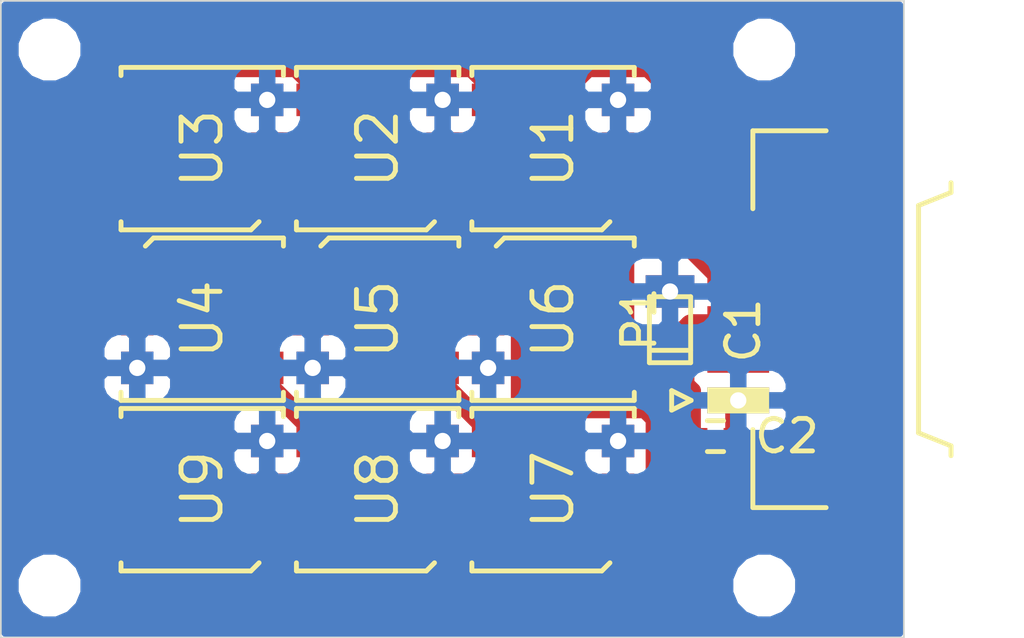
<source format=kicad_pcb>
(kicad_pcb (version 4) (host pcbnew 4.0.2-stable)

  (general
    (links 41)
    (no_connects 0)
    (area 117.296429 53.075 155.703572 78.675)
    (thickness 1.6)
    (drawings 4)
    (tracks 99)
    (zones 0)
    (modules 17)
    (nets 22)
  )

  (page A4)
  (layers
    (0 F.Cu signal)
    (31 B.Cu signal)
    (32 B.Adhes user)
    (33 F.Adhes user)
    (34 B.Paste user)
    (35 F.Paste user)
    (36 B.SilkS user)
    (37 F.SilkS user)
    (38 B.Mask user)
    (39 F.Mask user)
    (40 Dwgs.User user)
    (41 Cmts.User user)
    (42 Eco1.User user)
    (43 Eco2.User user)
    (44 Edge.Cuts user)
    (45 Margin user)
    (46 B.CrtYd user)
    (47 F.CrtYd user)
    (48 B.Fab user)
    (49 F.Fab user)
  )

  (setup
    (last_trace_width 0.25)
    (user_trace_width 0.3)
    (user_trace_width 0.5)
    (user_trace_width 0.6)
    (user_trace_width 0.7)
    (user_trace_width 0.8)
    (user_trace_width 1)
    (trace_clearance 0.2)
    (zone_clearance 0)
    (zone_45_only no)
    (trace_min 0.2)
    (segment_width 0.2)
    (edge_width 0.05)
    (via_size 0.6)
    (via_drill 0.4)
    (via_min_size 0.4)
    (via_min_drill 0.3)
    (user_via 0.8 0.4)
    (user_via 1 0.4)
    (uvia_size 0.3)
    (uvia_drill 0.1)
    (uvias_allowed no)
    (uvia_min_size 0.2)
    (uvia_min_drill 0.1)
    (pcb_text_width 0.3)
    (pcb_text_size 1.5 1.5)
    (mod_edge_width 0.15)
    (mod_text_size 1 1)
    (mod_text_width 0.15)
    (pad_size 1.3 2)
    (pad_drill 0)
    (pad_to_mask_clearance 0.2)
    (aux_axis_origin 154 55.6)
    (grid_origin 154 55.6)
    (visible_elements 7FFFFF7F)
    (pcbplotparams
      (layerselection 0x01008_80000001)
      (usegerberextensions false)
      (excludeedgelayer true)
      (linewidth 0.100000)
      (plotframeref false)
      (viasonmask false)
      (mode 1)
      (useauxorigin true)
      (hpglpennumber 1)
      (hpglpenspeed 20)
      (hpglpendiameter 15)
      (hpglpenoverlay 2)
      (psnegative false)
      (psa4output false)
      (plotreference false)
      (plotvalue false)
      (plotinvisibletext false)
      (padsonsilk false)
      (subtractmaskfromsilk false)
      (outputformat 1)
      (mirror false)
      (drillshape 0)
      (scaleselection 1)
      (outputdirectory gerber/))
  )

  (net 0 "")
  (net 1 GND)
  (net 2 "Net-(U1-Pad5)")
  (net 3 "Net-(U1-Pad6)")
  (net 4 "Net-(U2-Pad5)")
  (net 5 "Net-(U2-Pad6)")
  (net 6 "Net-(U3-Pad5)")
  (net 7 "Net-(U3-Pad6)")
  (net 8 "Net-(U4-Pad5)")
  (net 9 "Net-(U4-Pad6)")
  (net 10 "Net-(U6-Pad5)")
  (net 11 "Net-(U6-Pad6)")
  (net 12 "Net-(U7-Pad5)")
  (net 13 "Net-(U7-Pad6)")
  (net 14 VCC)
  (net 15 "Net-(U5-Pad5)")
  (net 16 "Net-(U5-Pad6)")
  (net 17 "Net-(U8-Pad5)")
  (net 18 "Net-(U8-Pad6)")
  (net 19 /MISO)
  (net 20 /MOSI)
  (net 21 /CLK)

  (net_class Default "This is the default net class."
    (clearance 0.2)
    (trace_width 0.25)
    (via_dia 0.6)
    (via_drill 0.4)
    (uvia_dia 0.3)
    (uvia_drill 0.1)
    (add_net /CLK)
    (add_net /MISO)
    (add_net /MOSI)
    (add_net GND)
    (add_net "Net-(U1-Pad5)")
    (add_net "Net-(U1-Pad6)")
    (add_net "Net-(U2-Pad5)")
    (add_net "Net-(U2-Pad6)")
    (add_net "Net-(U3-Pad5)")
    (add_net "Net-(U3-Pad6)")
    (add_net "Net-(U4-Pad5)")
    (add_net "Net-(U4-Pad6)")
    (add_net "Net-(U5-Pad5)")
    (add_net "Net-(U5-Pad6)")
    (add_net "Net-(U6-Pad5)")
    (add_net "Net-(U6-Pad6)")
    (add_net "Net-(U7-Pad5)")
    (add_net "Net-(U7-Pad6)")
    (add_net "Net-(U8-Pad5)")
    (add_net "Net-(U8-Pad6)")
    (add_net VCC)
  )

  (module Capacitors_SMD:C_0402 (layer F.Cu) (tedit 5415D599) (tstamp 575723D1)
    (at 146 69.6)
    (descr "Capacitor SMD 0402, reflow soldering, AVX (see smccp.pdf)")
    (tags "capacitor 0402")
    (path /57569AF5)
    (attr smd)
    (fp_text reference C2 (at 2.2 0) (layer F.SilkS)
      (effects (font (size 1 1) (thickness 0.15)))
    )
    (fp_text value 0.1uF (at 0.7 1.5) (layer F.Fab)
      (effects (font (size 1 1) (thickness 0.15)))
    )
    (fp_line (start -1.15 -0.6) (end 1.15 -0.6) (layer F.CrtYd) (width 0.05))
    (fp_line (start -1.15 0.6) (end 1.15 0.6) (layer F.CrtYd) (width 0.05))
    (fp_line (start -1.15 -0.6) (end -1.15 0.6) (layer F.CrtYd) (width 0.05))
    (fp_line (start 1.15 -0.6) (end 1.15 0.6) (layer F.CrtYd) (width 0.05))
    (fp_line (start 0.25 -0.475) (end -0.25 -0.475) (layer F.SilkS) (width 0.15))
    (fp_line (start -0.25 0.475) (end 0.25 0.475) (layer F.SilkS) (width 0.15))
    (pad 1 smd rect (at -0.55 0) (size 0.6 0.5) (layers F.Cu F.Paste F.Mask)
      (net 14 VCC))
    (pad 2 smd rect (at 0.55 0) (size 0.6 0.5) (layers F.Cu F.Paste F.Mask)
      (net 1 GND))
    (model Capacitors_SMD.3dshapes/C_0402.wrl
      (at (xyz 0 0 0))
      (scale (xyz 1 1 1))
      (rotate (xyz 0 0 0))
    )
  )

  (module Connectors_Molex:Molex_Panelmate-53780-0570_05x1.25mm_Angled (layer F.Cu) (tedit 57590376) (tstamp 57572335)
    (at 149.14 66 90)
    (descr "Molex Panelmate series connector, 1.25mm pitch, side entry SMT, P/N: 53780-0570")
    (tags "conn molex panelmate")
    (path /5756AF90)
    (attr smd)
    (fp_text reference P1 (at 0 -5.49 90) (layer F.SilkS)
      (effects (font (size 1 1) (thickness 0.15)))
    )
    (fp_text value CONN_01X05 (at 0 5.51 90) (layer F.Fab)
      (effects (font (size 1 1) (thickness 0.15)))
    )
    (fp_line (start -3.4 -1.99) (end -5.8 -1.99) (layer F.SilkS) (width 0.15))
    (fp_line (start -5.8 -1.99) (end -5.8 0.265) (layer F.SilkS) (width 0.15))
    (fp_line (start 3.4 -1.99) (end 5.8 -1.99) (layer F.SilkS) (width 0.15))
    (fp_line (start 5.8 -1.99) (end 5.8 0.265) (layer F.SilkS) (width 0.15))
    (fp_line (start -4.2 4.11) (end -3.9 4.11) (layer F.SilkS) (width 0.15))
    (fp_line (start -3.9 4.11) (end -3.5 3.11) (layer F.SilkS) (width 0.15))
    (fp_line (start -3.5 3.11) (end 3.5 3.11) (layer F.SilkS) (width 0.15))
    (fp_line (start 3.5 3.11) (end 3.9 4.11) (layer F.SilkS) (width 0.15))
    (fp_line (start 3.9 4.11) (end 4.2 4.11) (layer F.SilkS) (width 0.15))
    (fp_line (start -2.5 -3.89) (end -2.2 -4.49) (layer F.SilkS) (width 0.15))
    (fp_line (start -2.2 -4.49) (end -2.8 -4.49) (layer F.SilkS) (width 0.15))
    (fp_line (start -2.8 -4.49) (end -2.5 -3.89) (layer F.SilkS) (width 0.15))
    (fp_line (start -6.8 -4.1) (end -6.8 4.8) (layer F.CrtYd) (width 0.05))
    (fp_line (start -6.8 4.8) (end 6.8 4.8) (layer F.CrtYd) (width 0.05))
    (fp_line (start 6.8 4.8) (end 6.8 -4.1) (layer F.CrtYd) (width 0.05))
    (fp_line (start 6.8 -4.1) (end -6.8 -4.1) (layer F.CrtYd) (width 0.05))
    (pad 1 thru_hole rect (at -2.5 -2.44 90) (size 0.8 1.9) (drill 0.5) (layers *.Cu *.Mask F.SilkS)
      (net 1 GND))
    (pad 2 smd rect (at -1.25 -2.44 90) (size 0.8 1.9) (layers F.Cu F.Paste F.Mask)
      (net 19 /MISO))
    (pad 3 smd rect (at 0 -2.44 90) (size 0.8 1.9) (layers F.Cu F.Paste F.Mask)
      (net 14 VCC))
    (pad 4 smd rect (at 1.25 -2.44 90) (size 0.8 1.9) (layers F.Cu F.Paste F.Mask)
      (net 21 /CLK))
    (pad 5 smd rect (at 2.5 -2.44 90) (size 0.8 1.9) (layers F.Cu F.Paste F.Mask)
      (net 20 /MOSI))
    (pad "" smd rect (at 5.35 1.56 90) (size 1.3 2) (layers F.Cu F.Paste F.Mask))
    (pad "" smd rect (at -5.35 1.56 90) (size 1.3 2) (layers F.Cu F.Paste F.Mask))
    (model Connectors_Molex.3dshapes/Molex_Panelmate-53780-0570_05x1.25mm_Angled.wrl
      (at (xyz 0 0 0))
      (scale (xyz 1 1 1))
      (rotate (xyz 0 0 0))
    )
  )

  (module SuperLED:APA102C (layer F.Cu) (tedit 57579EB9) (tstamp 575723B5)
    (at 135.6 71.25 270)
    (path /57569400)
    (fp_text reference U8 (at 0 0 270) (layer F.SilkS)
      (effects (font (size 1.2 1.2) (thickness 0.15)))
    )
    (fp_text value APA102C (at 0 5 270) (layer F.Fab) hide
      (effects (font (size 1.2 1.2) (thickness 0.15)))
    )
    (fp_line (start 2.5 2.5) (end 2.25 2.5) (layer F.SilkS) (width 0.15))
    (fp_line (start 2.5 -1.5) (end 2.25 -1.75) (layer F.SilkS) (width 0.15))
    (fp_line (start -2.5 -2.5) (end -2.5 2.5) (layer F.SilkS) (width 0.15))
    (fp_line (start -2.5 2.5) (end -2.25 2.5) (layer F.SilkS) (width 0.15))
    (fp_line (start 2.5 2.5) (end 2.5 -1.5) (layer F.SilkS) (width 0.15))
    (fp_line (start -2.25 -2.5) (end -2.5 -2.5) (layer F.SilkS) (width 0.15))
    (pad 3 thru_hole rect (at -1.5 -2 270) (size 1 1) (drill 0.5) (layers *.Cu *.Mask F.Paste)
      (net 1 GND))
    (pad 4 smd rect (at -1.5 2 270) (size 1 1) (layers F.Cu F.Paste F.Mask)
      (net 14 VCC))
    (pad 2 smd rect (at 0 -2 270) (size 1 1) (layers F.Cu F.Paste F.Mask)
      (net 12 "Net-(U7-Pad5)"))
    (pad 5 smd rect (at 0 2 270) (size 1 1) (layers F.Cu F.Paste F.Mask)
      (net 17 "Net-(U8-Pad5)"))
    (pad 1 smd rect (at 1.5 -2 270) (size 1 1) (layers F.Cu F.Paste F.Mask)
      (net 13 "Net-(U7-Pad6)"))
    (pad 6 smd rect (at 1.5 2 270) (size 1 1) (layers F.Cu F.Paste F.Mask)
      (net 18 "Net-(U8-Pad6)"))
    (model SuperLED.3dshapes/APA102C.wrl
      (at (xyz 0 0 0))
      (scale (xyz 1 1 1))
      (rotate (xyz 0 0 0))
    )
  )

  (module SuperLED:APA102C (layer F.Cu) (tedit 57579EB9) (tstamp 575723A5)
    (at 141 71.25 270)
    (path /575693D3)
    (fp_text reference U7 (at 0 0 270) (layer F.SilkS)
      (effects (font (size 1.2 1.2) (thickness 0.15)))
    )
    (fp_text value APA102C (at 0 5 270) (layer F.Fab) hide
      (effects (font (size 1.2 1.2) (thickness 0.15)))
    )
    (fp_line (start 2.5 2.5) (end 2.25 2.5) (layer F.SilkS) (width 0.15))
    (fp_line (start 2.5 -1.5) (end 2.25 -1.75) (layer F.SilkS) (width 0.15))
    (fp_line (start -2.5 -2.5) (end -2.5 2.5) (layer F.SilkS) (width 0.15))
    (fp_line (start -2.5 2.5) (end -2.25 2.5) (layer F.SilkS) (width 0.15))
    (fp_line (start 2.5 2.5) (end 2.5 -1.5) (layer F.SilkS) (width 0.15))
    (fp_line (start -2.25 -2.5) (end -2.5 -2.5) (layer F.SilkS) (width 0.15))
    (pad 3 thru_hole rect (at -1.5 -2 270) (size 1 1) (drill 0.5) (layers *.Cu *.Mask F.Paste)
      (net 1 GND))
    (pad 4 smd rect (at -1.5 2 270) (size 1 1) (layers F.Cu F.Paste F.Mask)
      (net 14 VCC))
    (pad 2 smd rect (at 0 -2 270) (size 1 1) (layers F.Cu F.Paste F.Mask)
      (net 11 "Net-(U6-Pad6)"))
    (pad 5 smd rect (at 0 2 270) (size 1 1) (layers F.Cu F.Paste F.Mask)
      (net 12 "Net-(U7-Pad5)"))
    (pad 1 smd rect (at 1.5 -2 270) (size 1 1) (layers F.Cu F.Paste F.Mask)
      (net 10 "Net-(U6-Pad5)"))
    (pad 6 smd rect (at 1.5 2 270) (size 1 1) (layers F.Cu F.Paste F.Mask)
      (net 13 "Net-(U7-Pad6)"))
    (model SuperLED.3dshapes/APA102C.wrl
      (at (xyz 0 0 0))
      (scale (xyz 1 1 1))
      (rotate (xyz 0 0 0))
    )
  )

  (module SuperLED:APA102C (layer F.Cu) (tedit 57579EB9) (tstamp 57572395)
    (at 141 66 90)
    (path /5756939B)
    (fp_text reference U6 (at 0 0 90) (layer F.SilkS)
      (effects (font (size 1.2 1.2) (thickness 0.15)))
    )
    (fp_text value APA102C (at 0 5 90) (layer F.Fab) hide
      (effects (font (size 1.2 1.2) (thickness 0.15)))
    )
    (fp_line (start 2.5 2.5) (end 2.25 2.5) (layer F.SilkS) (width 0.15))
    (fp_line (start 2.5 -1.5) (end 2.25 -1.75) (layer F.SilkS) (width 0.15))
    (fp_line (start -2.5 -2.5) (end -2.5 2.5) (layer F.SilkS) (width 0.15))
    (fp_line (start -2.5 2.5) (end -2.25 2.5) (layer F.SilkS) (width 0.15))
    (fp_line (start 2.5 2.5) (end 2.5 -1.5) (layer F.SilkS) (width 0.15))
    (fp_line (start -2.25 -2.5) (end -2.5 -2.5) (layer F.SilkS) (width 0.15))
    (pad 3 thru_hole rect (at -1.5 -2 90) (size 1 1) (drill 0.5) (layers *.Cu *.Mask F.Paste)
      (net 1 GND))
    (pad 4 smd rect (at -1.5 2 90) (size 1 1) (layers F.Cu F.Paste F.Mask)
      (net 14 VCC))
    (pad 2 smd rect (at 0 -2 90) (size 1 1) (layers F.Cu F.Paste F.Mask)
      (net 15 "Net-(U5-Pad5)"))
    (pad 5 smd rect (at 0 2 90) (size 1 1) (layers F.Cu F.Paste F.Mask)
      (net 10 "Net-(U6-Pad5)"))
    (pad 1 smd rect (at 1.5 -2 90) (size 1 1) (layers F.Cu F.Paste F.Mask)
      (net 16 "Net-(U5-Pad6)"))
    (pad 6 smd rect (at 1.5 2 90) (size 1 1) (layers F.Cu F.Paste F.Mask)
      (net 11 "Net-(U6-Pad6)"))
    (model SuperLED.3dshapes/APA102C.wrl
      (at (xyz 0 0 0))
      (scale (xyz 1 1 1))
      (rotate (xyz 0 0 0))
    )
  )

  (module SuperLED:APA102C (layer F.Cu) (tedit 57579EB9) (tstamp 57572385)
    (at 135.6 66 90)
    (path /57569370)
    (fp_text reference U5 (at 0 0 90) (layer F.SilkS)
      (effects (font (size 1.2 1.2) (thickness 0.15)))
    )
    (fp_text value APA102C (at 0 5 90) (layer F.Fab) hide
      (effects (font (size 1.2 1.2) (thickness 0.15)))
    )
    (fp_line (start 2.5 2.5) (end 2.25 2.5) (layer F.SilkS) (width 0.15))
    (fp_line (start 2.5 -1.5) (end 2.25 -1.75) (layer F.SilkS) (width 0.15))
    (fp_line (start -2.5 -2.5) (end -2.5 2.5) (layer F.SilkS) (width 0.15))
    (fp_line (start -2.5 2.5) (end -2.25 2.5) (layer F.SilkS) (width 0.15))
    (fp_line (start 2.5 2.5) (end 2.5 -1.5) (layer F.SilkS) (width 0.15))
    (fp_line (start -2.25 -2.5) (end -2.5 -2.5) (layer F.SilkS) (width 0.15))
    (pad 3 thru_hole rect (at -1.5 -2 90) (size 1 1) (drill 0.5) (layers *.Cu *.Mask F.Paste)
      (net 1 GND))
    (pad 4 smd rect (at -1.5 2 90) (size 1 1) (layers F.Cu F.Paste F.Mask)
      (net 14 VCC))
    (pad 2 smd rect (at 0 -2 90) (size 1 1) (layers F.Cu F.Paste F.Mask)
      (net 8 "Net-(U4-Pad5)"))
    (pad 5 smd rect (at 0 2 90) (size 1 1) (layers F.Cu F.Paste F.Mask)
      (net 15 "Net-(U5-Pad5)"))
    (pad 1 smd rect (at 1.5 -2 90) (size 1 1) (layers F.Cu F.Paste F.Mask)
      (net 9 "Net-(U4-Pad6)"))
    (pad 6 smd rect (at 1.5 2 90) (size 1 1) (layers F.Cu F.Paste F.Mask)
      (net 16 "Net-(U5-Pad6)"))
    (model SuperLED.3dshapes/APA102C.wrl
      (at (xyz 0 0 0))
      (scale (xyz 1 1 1))
      (rotate (xyz 0 0 0))
    )
  )

  (module SuperLED:APA102C (layer F.Cu) (tedit 57579EB9) (tstamp 57572375)
    (at 130.2 66 90)
    (path /57569342)
    (fp_text reference U4 (at 0 0 90) (layer F.SilkS)
      (effects (font (size 1.2 1.2) (thickness 0.15)))
    )
    (fp_text value APA102C (at 0 5 90) (layer F.Fab) hide
      (effects (font (size 1.2 1.2) (thickness 0.15)))
    )
    (fp_line (start 2.5 2.5) (end 2.25 2.5) (layer F.SilkS) (width 0.15))
    (fp_line (start 2.5 -1.5) (end 2.25 -1.75) (layer F.SilkS) (width 0.15))
    (fp_line (start -2.5 -2.5) (end -2.5 2.5) (layer F.SilkS) (width 0.15))
    (fp_line (start -2.5 2.5) (end -2.25 2.5) (layer F.SilkS) (width 0.15))
    (fp_line (start 2.5 2.5) (end 2.5 -1.5) (layer F.SilkS) (width 0.15))
    (fp_line (start -2.25 -2.5) (end -2.5 -2.5) (layer F.SilkS) (width 0.15))
    (pad 3 thru_hole rect (at -1.5 -2 90) (size 1 1) (drill 0.5) (layers *.Cu *.Mask F.Paste)
      (net 1 GND))
    (pad 4 smd rect (at -1.5 2 90) (size 1 1) (layers F.Cu F.Paste F.Mask)
      (net 14 VCC))
    (pad 2 smd rect (at 0 -2 90) (size 1 1) (layers F.Cu F.Paste F.Mask)
      (net 7 "Net-(U3-Pad6)"))
    (pad 5 smd rect (at 0 2 90) (size 1 1) (layers F.Cu F.Paste F.Mask)
      (net 8 "Net-(U4-Pad5)"))
    (pad 1 smd rect (at 1.5 -2 90) (size 1 1) (layers F.Cu F.Paste F.Mask)
      (net 6 "Net-(U3-Pad5)"))
    (pad 6 smd rect (at 1.5 2 90) (size 1 1) (layers F.Cu F.Paste F.Mask)
      (net 9 "Net-(U4-Pad6)"))
    (model SuperLED.3dshapes/APA102C.wrl
      (at (xyz 0 0 0))
      (scale (xyz 1 1 1))
      (rotate (xyz 0 0 0))
    )
  )

  (module SuperLED:APA102C (layer F.Cu) (tedit 57579EB9) (tstamp 57572365)
    (at 130.2 60.75 270)
    (path /57569319)
    (fp_text reference U3 (at 0 0 270) (layer F.SilkS)
      (effects (font (size 1.2 1.2) (thickness 0.15)))
    )
    (fp_text value APA102C (at 0 5 270) (layer F.Fab) hide
      (effects (font (size 1.2 1.2) (thickness 0.15)))
    )
    (fp_line (start 2.5 2.5) (end 2.25 2.5) (layer F.SilkS) (width 0.15))
    (fp_line (start 2.5 -1.5) (end 2.25 -1.75) (layer F.SilkS) (width 0.15))
    (fp_line (start -2.5 -2.5) (end -2.5 2.5) (layer F.SilkS) (width 0.15))
    (fp_line (start -2.5 2.5) (end -2.25 2.5) (layer F.SilkS) (width 0.15))
    (fp_line (start 2.5 2.5) (end 2.5 -1.5) (layer F.SilkS) (width 0.15))
    (fp_line (start -2.25 -2.5) (end -2.5 -2.5) (layer F.SilkS) (width 0.15))
    (pad 3 thru_hole rect (at -1.5 -2 270) (size 1 1) (drill 0.5) (layers *.Cu *.Mask F.Paste)
      (net 1 GND))
    (pad 4 smd rect (at -1.5 2 270) (size 1 1) (layers F.Cu F.Paste F.Mask)
      (net 14 VCC))
    (pad 2 smd rect (at 0 -2 270) (size 1 1) (layers F.Cu F.Paste F.Mask)
      (net 4 "Net-(U2-Pad5)"))
    (pad 5 smd rect (at 0 2 270) (size 1 1) (layers F.Cu F.Paste F.Mask)
      (net 6 "Net-(U3-Pad5)"))
    (pad 1 smd rect (at 1.5 -2 270) (size 1 1) (layers F.Cu F.Paste F.Mask)
      (net 5 "Net-(U2-Pad6)"))
    (pad 6 smd rect (at 1.5 2 270) (size 1 1) (layers F.Cu F.Paste F.Mask)
      (net 7 "Net-(U3-Pad6)"))
    (model SuperLED.3dshapes/APA102C.wrl
      (at (xyz 0 0 0))
      (scale (xyz 1 1 1))
      (rotate (xyz 0 0 0))
    )
  )

  (module SuperLED:APA102C (layer F.Cu) (tedit 57579EB9) (tstamp 57572355)
    (at 135.6 60.75 270)
    (path /575692F7)
    (fp_text reference U2 (at 0 0 270) (layer F.SilkS)
      (effects (font (size 1.2 1.2) (thickness 0.15)))
    )
    (fp_text value APA102C (at 0 5 270) (layer F.Fab) hide
      (effects (font (size 1.2 1.2) (thickness 0.15)))
    )
    (fp_line (start 2.5 2.5) (end 2.25 2.5) (layer F.SilkS) (width 0.15))
    (fp_line (start 2.5 -1.5) (end 2.25 -1.75) (layer F.SilkS) (width 0.15))
    (fp_line (start -2.5 -2.5) (end -2.5 2.5) (layer F.SilkS) (width 0.15))
    (fp_line (start -2.5 2.5) (end -2.25 2.5) (layer F.SilkS) (width 0.15))
    (fp_line (start 2.5 2.5) (end 2.5 -1.5) (layer F.SilkS) (width 0.15))
    (fp_line (start -2.25 -2.5) (end -2.5 -2.5) (layer F.SilkS) (width 0.15))
    (pad 3 thru_hole rect (at -1.5 -2 270) (size 1 1) (drill 0.5) (layers *.Cu *.Mask F.Paste)
      (net 1 GND))
    (pad 4 smd rect (at -1.5 2 270) (size 1 1) (layers F.Cu F.Paste F.Mask)
      (net 14 VCC))
    (pad 2 smd rect (at 0 -2 270) (size 1 1) (layers F.Cu F.Paste F.Mask)
      (net 2 "Net-(U1-Pad5)"))
    (pad 5 smd rect (at 0 2 270) (size 1 1) (layers F.Cu F.Paste F.Mask)
      (net 4 "Net-(U2-Pad5)"))
    (pad 1 smd rect (at 1.5 -2 270) (size 1 1) (layers F.Cu F.Paste F.Mask)
      (net 3 "Net-(U1-Pad6)"))
    (pad 6 smd rect (at 1.5 2 270) (size 1 1) (layers F.Cu F.Paste F.Mask)
      (net 5 "Net-(U2-Pad6)"))
    (model SuperLED.3dshapes/APA102C.wrl
      (at (xyz 0 0 0))
      (scale (xyz 1 1 1))
      (rotate (xyz 0 0 0))
    )
  )

  (module SuperLED:APA102C (layer F.Cu) (tedit 57579EB9) (tstamp 57572345)
    (at 141 60.75 270)
    (path /5756918F)
    (fp_text reference U1 (at 0 0 270) (layer F.SilkS)
      (effects (font (size 1.2 1.2) (thickness 0.15)))
    )
    (fp_text value APA102C (at 0 5 270) (layer F.Fab) hide
      (effects (font (size 1.2 1.2) (thickness 0.15)))
    )
    (fp_line (start 2.5 2.5) (end 2.25 2.5) (layer F.SilkS) (width 0.15))
    (fp_line (start 2.5 -1.5) (end 2.25 -1.75) (layer F.SilkS) (width 0.15))
    (fp_line (start -2.5 -2.5) (end -2.5 2.5) (layer F.SilkS) (width 0.15))
    (fp_line (start -2.5 2.5) (end -2.25 2.5) (layer F.SilkS) (width 0.15))
    (fp_line (start 2.5 2.5) (end 2.5 -1.5) (layer F.SilkS) (width 0.15))
    (fp_line (start -2.25 -2.5) (end -2.5 -2.5) (layer F.SilkS) (width 0.15))
    (pad 3 thru_hole rect (at -1.5 -2 270) (size 1 1) (drill 0.5) (layers *.Cu *.Mask F.Paste)
      (net 1 GND))
    (pad 4 smd rect (at -1.5 2 270) (size 1 1) (layers F.Cu F.Paste F.Mask)
      (net 14 VCC))
    (pad 2 smd rect (at 0 -2 270) (size 1 1) (layers F.Cu F.Paste F.Mask)
      (net 20 /MOSI))
    (pad 5 smd rect (at 0 2 270) (size 1 1) (layers F.Cu F.Paste F.Mask)
      (net 2 "Net-(U1-Pad5)"))
    (pad 1 smd rect (at 1.5 -2 270) (size 1 1) (layers F.Cu F.Paste F.Mask)
      (net 21 /CLK))
    (pad 6 smd rect (at 1.5 2 270) (size 1 1) (layers F.Cu F.Paste F.Mask)
      (net 3 "Net-(U1-Pad6)"))
    (model SuperLED.3dshapes/APA102C.wrl
      (at (xyz 0 0 0))
      (scale (xyz 1 1 1))
      (rotate (xyz 0 0 0))
    )
  )

  (module SuperLED:APA102C (layer F.Cu) (tedit 57579EB9) (tstamp 575723C5)
    (at 130.2 71.25 270)
    (path /5756943A)
    (fp_text reference U9 (at 0 0 270) (layer F.SilkS)
      (effects (font (size 1.2 1.2) (thickness 0.15)))
    )
    (fp_text value APA102C (at 0 5 270) (layer F.Fab) hide
      (effects (font (size 1.2 1.2) (thickness 0.15)))
    )
    (fp_line (start 2.5 2.5) (end 2.25 2.5) (layer F.SilkS) (width 0.15))
    (fp_line (start 2.5 -1.5) (end 2.25 -1.75) (layer F.SilkS) (width 0.15))
    (fp_line (start -2.5 -2.5) (end -2.5 2.5) (layer F.SilkS) (width 0.15))
    (fp_line (start -2.5 2.5) (end -2.25 2.5) (layer F.SilkS) (width 0.15))
    (fp_line (start 2.5 2.5) (end 2.5 -1.5) (layer F.SilkS) (width 0.15))
    (fp_line (start -2.25 -2.5) (end -2.5 -2.5) (layer F.SilkS) (width 0.15))
    (pad 3 thru_hole rect (at -1.5 -2 270) (size 1 1) (drill 0.5) (layers *.Cu *.Mask F.Paste)
      (net 1 GND))
    (pad 4 smd rect (at -1.5 2 270) (size 1 1) (layers F.Cu F.Paste F.Mask)
      (net 14 VCC))
    (pad 2 smd rect (at 0 -2 270) (size 1 1) (layers F.Cu F.Paste F.Mask)
      (net 17 "Net-(U8-Pad5)"))
    (pad 5 smd rect (at 0 2 270) (size 1 1) (layers F.Cu F.Paste F.Mask))
    (pad 1 smd rect (at 1.5 -2 270) (size 1 1) (layers F.Cu F.Paste F.Mask)
      (net 18 "Net-(U8-Pad6)"))
    (pad 6 smd rect (at 1.5 2 270) (size 1 1) (layers F.Cu F.Paste F.Mask)
      (net 19 /MISO))
    (model SuperLED.3dshapes/APA102C.wrl
      (at (xyz 0 0 0))
      (scale (xyz 1 1 1))
      (rotate (xyz 0 0 0))
    )
  )

  (module backlight:TantalC_SizeR_EIA-2012 (layer F.Cu) (tedit 57578780) (tstamp 5757231A)
    (at 144.6 66.32398 270)
    (descr "Tantal Cap. , Size C, EIA-2012")
    (path /57569AB2)
    (fp_text reference C1 (at 0.0254 -2.25 270) (layer F.SilkS)
      (effects (font (size 1 1) (thickness 0.15)))
    )
    (fp_text value 10uF (at -3.82398 -0.5 270) (layer F.Fab)
      (effects (font (size 1 1) (thickness 0.15)))
    )
    (fp_line (start 0.635 -0.635) (end 0.635 0.635) (layer F.SilkS) (width 0.15))
    (fp_line (start -1.016 -0.635) (end -1.016 0.635) (layer F.SilkS) (width 0.15))
    (fp_line (start -1.016 0.635) (end 1.016 0.635) (layer F.SilkS) (width 0.15))
    (fp_line (start 1.016 0.635) (end 1.016 -0.635) (layer F.SilkS) (width 0.15))
    (fp_line (start 1.016 -0.635) (end -1.016 -0.635) (layer F.SilkS) (width 0.15))
    (pad 1 smd rect (at 1.17602 0 270) (size 1 1.5) (layers F.Cu F.Paste F.Mask)
      (net 14 VCC))
    (pad 2 thru_hole rect (at -1.17602 0 270) (size 1 1.5) (drill 0.5) (layers *.Cu *.Mask F.Paste)
      (net 1 GND))
    (model Capacitors_Tantalum_SMD.3dshapes/TantalC_SizeR_EIA-2012.wrl
      (at (xyz 0 0 0))
      (scale (xyz 1 1 1))
      (rotate (xyz 0 0 0))
    )
  )

  (module backlight:MountingHole_1.5mm (layer F.Cu) (tedit 5757D306) (tstamp 5757CC71)
    (at 147.5 57.7)
    (descr "Mounting Hole 1.5mm, no annular")
    (tags "mounting hole 1.5mm no annular")
    (zone_connect 2)
    (fp_text reference REF** (at 0 -3.5) (layer F.SilkS) hide
      (effects (font (size 1 1) (thickness 0.15)))
    )
    (fp_text value MountingHole_2.5mm (at 0 3.5) (layer F.Fab) hide
      (effects (font (size 1 1) (thickness 0.15)))
    )
    (pad "" np_thru_hole circle (at 0 0) (size 1.5 1.5) (drill 1.5) (layers *.Cu)
      (zone_connect 2))
  )

  (module backlight:MountingHole_1.5mm (layer F.Cu) (tedit 5757D306) (tstamp 5757CC85)
    (at 125.5 57.7)
    (descr "Mounting Hole 1.5mm, no annular")
    (tags "mounting hole 1.5mm no annular")
    (zone_connect 2)
    (fp_text reference REF** (at 0 -3.5) (layer F.SilkS) hide
      (effects (font (size 1 1) (thickness 0.15)))
    )
    (fp_text value MountingHole_2.5mm (at 0 3.5) (layer F.Fab) hide
      (effects (font (size 1 1) (thickness 0.15)))
    )
    (pad "" np_thru_hole circle (at 0 0) (size 1.5 1.5) (drill 1.5) (layers *.Cu)
      (zone_connect 2))
  )

  (module backlight:MountingHole_1.5mm (layer F.Cu) (tedit 5757D306) (tstamp 5757CC8E)
    (at 125.5 74.2)
    (descr "Mounting Hole 1.5mm, no annular")
    (tags "mounting hole 1.5mm no annular")
    (zone_connect 2)
    (fp_text reference REF** (at 0 -3.5) (layer F.SilkS) hide
      (effects (font (size 1 1) (thickness 0.15)))
    )
    (fp_text value MountingHole_2.5mm (at 0 3.5) (layer F.Fab) hide
      (effects (font (size 1 1) (thickness 0.15)))
    )
    (pad "" np_thru_hole circle (at 0 0) (size 1.5 1.5) (drill 1.5) (layers *.Cu)
      (zone_connect 2))
  )

  (module backlight:MountingHole_1.5mm (layer F.Cu) (tedit 5757D3C2) (tstamp 5757CC9C)
    (at 147.5 74.2)
    (descr "Mounting Hole 1.5mm, no annular")
    (tags "mounting hole 1.5mm no annular")
    (zone_connect 2)
    (fp_text reference REF** (at 0 -3.5) (layer F.SilkS) hide
      (effects (font (size 1 1) (thickness 0.15)))
    )
    (fp_text value MountingHole_2.5mm (at 0 3.5) (layer F.Fab) hide
      (effects (font (size 1 1) (thickness 0.15)))
    )
    (pad "" np_thru_hole circle (at 0 0) (size 1.5 1.5) (drill 1.5) (layers *.Cu)
      (zone_connect 2))
  )

  (module Connectors_Molex:Molex_Panelmate-51146-0500 (layer F.Cu) (tedit 572FD60B) (tstamp 5757F6BB)
    (at 149.1 66 90)
    (descr "Molex Panelmate series receptacle, P/N: 53780-0570")
    (tags "conn molex panelmate receptacle")
    (attr smd)
    (fp_text reference REF** (at 0 -5.49 90) (layer F.Fab) hide
      (effects (font (size 1 1) (thickness 0.15)))
    )
    (fp_text value Molex_Panelmate-51146-0500 (at 0 5.51 90) (layer F.Fab) hide
      (effects (font (size 1 1) (thickness 0.15)))
    )
    (fp_line (start -3.4 -1.99) (end -5.8 -1.99) (layer F.Fab) (width 0.15))
    (fp_line (start -5.8 -1.99) (end -5.8 0.265) (layer F.Fab) (width 0.15))
    (fp_line (start 3.4 -1.99) (end 5.8 -1.99) (layer F.Fab) (width 0.15))
    (fp_line (start 5.8 -1.99) (end 5.8 0.265) (layer F.Fab) (width 0.15))
    (fp_line (start -4.2 4.11) (end -3.9 4.11) (layer F.Fab) (width 0.15))
    (fp_line (start -3.9 4.11) (end -3.5 3.11) (layer F.Fab) (width 0.15))
    (fp_line (start -3.5 3.11) (end 3.5 3.11) (layer F.Fab) (width 0.15))
    (fp_line (start 3.5 3.11) (end 3.9 4.11) (layer F.Fab) (width 0.15))
    (fp_line (start 3.9 4.11) (end 4.2 4.11) (layer F.Fab) (width 0.15))
    (fp_line (start -2.5 -3.89) (end -2.2 -4.49) (layer F.Fab) (width 0.15))
    (fp_line (start -2.2 -4.49) (end -2.8 -4.49) (layer F.Fab) (width 0.15))
    (fp_line (start -2.8 -4.49) (end -2.5 -3.89) (layer F.Fab) (width 0.15))
    (fp_line (start -6.8 -4.1) (end -6.8 4.8) (layer F.CrtYd) (width 0.05))
    (model Connectors_Molex.3dshapes/Molex_Panelmate-51146-0500.wrl
      (at (xyz 0 0 0))
      (scale (xyz 1 1 1))
      (rotate (xyz 0 0 0))
    )
  )

  (gr_line (start 151.8 75.8) (end 151.8 56.2) (layer Edge.Cuts) (width 0.05))
  (gr_line (start 124 75.8) (end 151.8 75.8) (layer Edge.Cuts) (width 0.05))
  (gr_line (start 124 56.2) (end 124 75.8) (layer Edge.Cuts) (width 0.05))
  (gr_line (start 151.8 56.2) (end 124 56.2) (layer Edge.Cuts) (width 0.05))

  (segment (start 146.55 69.6) (end 146.55 68.65) (width 0.5) (layer F.Cu) (net 1))
  (segment (start 146.55 68.65) (end 146.7 68.5) (width 0.5) (layer F.Cu) (net 1))
  (segment (start 137.6 60.75) (end 139 60.75) (width 1) (layer F.Cu) (net 2))
  (segment (start 137.6 62.25) (end 139 62.25) (width 1) (layer F.Cu) (net 3))
  (segment (start 132.2 60.75) (end 133.6 60.75) (width 1) (layer F.Cu) (net 4))
  (segment (start 132.2 62.25) (end 133.6 62.25) (width 1) (layer F.Cu) (net 5))
  (segment (start 127.2 60.95) (end 127.2 64.3) (width 0.3) (layer F.Cu) (net 6))
  (segment (start 127.2 64.3) (end 127.4 64.5) (width 0.3) (layer F.Cu) (net 6))
  (segment (start 127.4 64.5) (end 128.2 64.5) (width 0.3) (layer F.Cu) (net 6))
  (segment (start 128.2 60.75) (end 127.4 60.75) (width 0.3) (layer F.Cu) (net 6))
  (segment (start 127.4 60.75) (end 127.2 60.95) (width 0.3) (layer F.Cu) (net 6))
  (segment (start 128.3 64.5) (end 128 64.5) (width 0.5) (layer F.Cu) (net 6))
  (segment (start 129.2 62.4) (end 129.2 65.8) (width 0.3) (layer F.Cu) (net 7))
  (segment (start 129 66) (end 128.2 66) (width 0.3) (layer F.Cu) (net 7))
  (segment (start 129.2 65.8) (end 129 66) (width 0.3) (layer F.Cu) (net 7))
  (segment (start 129.05 62.25) (end 129.2 62.4) (width 0.3) (layer F.Cu) (net 7))
  (segment (start 128.2 62.25) (end 129.05 62.25) (width 0.3) (layer F.Cu) (net 7))
  (segment (start 132.2 66) (end 133.6 66) (width 1) (layer F.Cu) (net 8))
  (segment (start 132.2 64.5) (end 133.6 64.5) (width 1) (layer F.Cu) (net 9))
  (segment (start 142.569998 66) (end 141.58 66.989998) (width 0.3) (layer F.Cu) (net 10))
  (segment (start 141.58 66.989998) (end 141.58 68.010002) (width 0.3) (layer F.Cu) (net 10))
  (segment (start 141.58 68.010002) (end 141.969987 68.399989) (width 0.3) (layer F.Cu) (net 10))
  (segment (start 141.969987 68.399989) (end 143.987111 68.399989) (width 0.3) (layer F.Cu) (net 10))
  (segment (start 143 66) (end 142.569998 66) (width 0.3) (layer F.Cu) (net 10))
  (segment (start 143 66) (end 142.7 66) (width 0.3) (layer F.Cu) (net 10))
  (segment (start 143.8 72.75) (end 143 72.75) (width 0.3) (layer F.Cu) (net 10))
  (segment (start 144.007112 72.542888) (end 143.8 72.75) (width 0.3) (layer F.Cu) (net 10))
  (segment (start 144.007112 71.750008) (end 144.007112 72.542888) (width 0.3) (layer F.Cu) (net 10))
  (segment (start 144.50001 68.912888) (end 144.50001 71.25711) (width 0.3) (layer F.Cu) (net 10))
  (segment (start 144.50001 71.25711) (end 144.007112 71.750008) (width 0.3) (layer F.Cu) (net 10))
  (segment (start 143.987111 68.399989) (end 144.50001 68.912888) (width 0.3) (layer F.Cu) (net 10))
  (segment (start 141.762877 68.899999) (end 143.780001 68.899999) (width 0.3) (layer F.Cu) (net 11))
  (segment (start 143.780001 68.899999) (end 144 69.119998) (width 0.3) (layer F.Cu) (net 11))
  (segment (start 144 69.119998) (end 144 71.05) (width 0.3) (layer F.Cu) (net 11))
  (segment (start 144 71.05) (end 143.8 71.25) (width 0.3) (layer F.Cu) (net 11))
  (segment (start 143 71.25) (end 143.8 71.25) (width 0.3) (layer F.Cu) (net 11))
  (segment (start 142.7 64.5) (end 141.07999 66.12001) (width 0.3) (layer F.Cu) (net 11))
  (segment (start 141.07999 66.12001) (end 141.07999 68.217112) (width 0.3) (layer F.Cu) (net 11))
  (segment (start 141.07999 68.217112) (end 141.762877 68.899999) (width 0.3) (layer F.Cu) (net 11))
  (segment (start 143 64.5) (end 142.7 64.5) (width 0.3) (layer F.Cu) (net 11))
  (segment (start 137.6 71.25) (end 139 71.25) (width 1) (layer F.Cu) (net 12))
  (segment (start 137.6 72.75) (end 139 72.75) (width 1) (layer F.Cu) (net 13))
  (segment (start 139 69.75) (end 140.000001 68.749999) (width 0.6) (layer F.Cu) (net 14))
  (segment (start 140.000001 68.749999) (end 140.000001 59.849999) (width 0.6) (layer F.Cu) (net 14))
  (segment (start 140.000001 59.849999) (end 139.400002 59.25) (width 0.6) (layer F.Cu) (net 14))
  (segment (start 139.400002 59.25) (end 139 59.25) (width 0.6) (layer F.Cu) (net 14))
  (segment (start 139 59.25) (end 140.919998 59.25) (width 0.8) (layer F.Cu) (net 14))
  (segment (start 140.919998 59.25) (end 142.019999 58.149999) (width 0.8) (layer F.Cu) (net 14))
  (segment (start 142.019999 58.149999) (end 143.980001 58.149999) (width 0.8) (layer F.Cu) (net 14))
  (segment (start 148.250001 65.630001) (end 147.880002 66) (width 0.8) (layer F.Cu) (net 14))
  (segment (start 143.980001 58.149999) (end 148.250001 62.419999) (width 0.8) (layer F.Cu) (net 14))
  (segment (start 148.250001 62.419999) (end 148.250001 65.630001) (width 0.8) (layer F.Cu) (net 14))
  (segment (start 147.880002 66) (end 146.7 66) (width 0.8) (layer F.Cu) (net 14))
  (segment (start 145.45 69.6) (end 145.299999 69.449999) (width 0.5) (layer F.Cu) (net 14))
  (segment (start 145.299999 69.449999) (end 145.299999 68.199999) (width 0.5) (layer F.Cu) (net 14))
  (segment (start 145.299999 68.199999) (end 144.6 67.5) (width 0.5) (layer F.Cu) (net 14))
  (segment (start 144.6 67.5) (end 144.6 66.919998) (width 0.8) (layer F.Cu) (net 14))
  (segment (start 144.6 66.919998) (end 145.272037 66.247961) (width 0.8) (layer F.Cu) (net 14))
  (segment (start 145.272037 66.247961) (end 146.452039 66.247961) (width 0.8) (layer F.Cu) (net 14))
  (segment (start 146.452039 66.247961) (end 146.7 66) (width 0.8) (layer F.Cu) (net 14))
  (segment (start 143 67.5) (end 144.6 67.5) (width 1) (layer F.Cu) (net 14))
  (segment (start 132.2 67.5) (end 132.2 68.000002) (width 0.6) (layer F.Cu) (net 14))
  (segment (start 132.2 68.000002) (end 133.6 69.400002) (width 0.6) (layer F.Cu) (net 14))
  (segment (start 133.6 69.400002) (end 133.6 69.75) (width 0.6) (layer F.Cu) (net 14))
  (segment (start 137.6 67.5) (end 137.6 68.000002) (width 0.6) (layer F.Cu) (net 14))
  (segment (start 137.6 68.000002) (end 139 69.400002) (width 0.6) (layer F.Cu) (net 14))
  (segment (start 139 69.400002) (end 139 69.75) (width 0.6) (layer F.Cu) (net 14))
  (segment (start 133.6 69.75) (end 135.35 69.75) (width 0.6) (layer F.Cu) (net 14))
  (segment (start 135.35 69.75) (end 137.6 67.5) (width 0.6) (layer F.Cu) (net 14))
  (segment (start 128.25 69.75) (end 129.95 69.75) (width 0.6) (layer F.Cu) (net 14))
  (segment (start 129.95 69.75) (end 132.2 67.5) (width 0.6) (layer F.Cu) (net 14))
  (segment (start 133.6 59.25) (end 134.7 59.25) (width 0.6) (layer F.Cu) (net 14))
  (segment (start 134.7 59.25) (end 135.700001 58.249999) (width 0.6) (layer F.Cu) (net 14))
  (segment (start 135.700001 58.249999) (end 138.500001 58.249999) (width 0.6) (layer F.Cu) (net 14))
  (segment (start 138.500001 58.249999) (end 139 58.749998) (width 0.6) (layer F.Cu) (net 14))
  (segment (start 139 58.749998) (end 139 59.25) (width 0.6) (layer F.Cu) (net 14))
  (segment (start 128.2 59.25) (end 129.3 59.25) (width 0.6) (layer F.Cu) (net 14))
  (segment (start 129.3 59.25) (end 130.300001 58.249999) (width 0.6) (layer F.Cu) (net 14))
  (segment (start 130.300001 58.249999) (end 133.100001 58.249999) (width 0.6) (layer F.Cu) (net 14))
  (segment (start 133.100001 58.249999) (end 133.6 58.749998) (width 0.6) (layer F.Cu) (net 14))
  (segment (start 133.6 58.749998) (end 133.6 59.25) (width 0.6) (layer F.Cu) (net 14))
  (segment (start 128 59.25) (end 128.3 59.25) (width 0.5) (layer F.Cu) (net 14))
  (segment (start 137.6 66) (end 139 66) (width 1) (layer F.Cu) (net 15))
  (segment (start 137.6 64.5) (end 139 64.5) (width 1) (layer F.Cu) (net 16))
  (segment (start 132.2 71.25) (end 133.6 71.25) (width 1) (layer F.Cu) (net 17))
  (segment (start 132.2 72.75) (end 133.6 72.75) (width 1) (layer F.Cu) (net 18))
  (segment (start 146.7 67.25) (end 148.608002 67.25) (width 0.3) (layer F.Cu) (net 19))
  (segment (start 148.608002 67.25) (end 149.450001 68.091999) (width 0.3) (layer F.Cu) (net 19))
  (segment (start 149.450001 68.091999) (end 149.450001 68.908001) (width 0.3) (layer F.Cu) (net 19))
  (segment (start 149.450001 68.908001) (end 144.758001 73.600001) (width 0.3) (layer F.Cu) (net 19))
  (segment (start 144.758001 73.600001) (end 129.850001 73.600001) (width 0.3) (layer F.Cu) (net 19))
  (segment (start 129.850001 73.600001) (end 129 72.75) (width 0.3) (layer F.Cu) (net 19))
  (segment (start 129 72.75) (end 128.2 72.75) (width 0.3) (layer F.Cu) (net 19))
  (segment (start 146.7 63.5) (end 146.15 63.5) (width 0.3) (layer F.Cu) (net 20))
  (segment (start 146.15 63.5) (end 143.4 60.75) (width 0.3) (layer F.Cu) (net 20))
  (segment (start 143.4 60.75) (end 143 60.75) (width 0.3) (layer F.Cu) (net 20))
  (segment (start 146.7 64.75) (end 145.969998 64.75) (width 0.3) (layer F.Cu) (net 21))
  (segment (start 145.969998 64.75) (end 143.469998 62.25) (width 0.3) (layer F.Cu) (net 21))
  (segment (start 143.469998 62.25) (end 143 62.25) (width 0.3) (layer F.Cu) (net 21))

  (zone (net 1) (net_name GND) (layer B.Cu) (tstamp 0) (hatch edge 0.508)
    (connect_pads (clearance 0))
    (min_thickness 0.2)
    (fill yes (arc_segments 16) (thermal_gap 0.508) (thermal_bridge_width 0.508))
    (polygon
      (pts
        (xy 124 56.2) (xy 124 75.8) (xy 153.3 75.8) (xy 153.3 56.2)
      )
    )
    (filled_polygon
      (pts
        (xy 151.675 75.675) (xy 124.125 75.675) (xy 124.125 74.407942) (xy 124.449818 74.407942) (xy 124.609334 74.794)
        (xy 124.904446 75.089628) (xy 125.290226 75.249818) (xy 125.707942 75.250182) (xy 126.094 75.090666) (xy 126.389628 74.795554)
        (xy 126.549818 74.409774) (xy 126.549819 74.407942) (xy 146.449818 74.407942) (xy 146.609334 74.794) (xy 146.904446 75.089628)
        (xy 147.290226 75.249818) (xy 147.707942 75.250182) (xy 148.094 75.090666) (xy 148.389628 74.795554) (xy 148.549818 74.409774)
        (xy 148.550182 73.992058) (xy 148.390666 73.606) (xy 148.095554 73.310372) (xy 147.709774 73.150182) (xy 147.292058 73.149818)
        (xy 146.906 73.309334) (xy 146.610372 73.604446) (xy 146.450182 73.990226) (xy 146.449818 74.407942) (xy 126.549819 74.407942)
        (xy 126.550182 73.992058) (xy 126.390666 73.606) (xy 126.095554 73.310372) (xy 125.709774 73.150182) (xy 125.292058 73.149818)
        (xy 124.906 73.309334) (xy 124.610372 73.604446) (xy 124.450182 73.990226) (xy 124.449818 74.407942) (xy 124.125 74.407942)
        (xy 124.125 70.056) (xy 131.092 70.056) (xy 131.092 70.370939) (xy 131.184563 70.594405) (xy 131.355596 70.765438)
        (xy 131.579062 70.858) (xy 131.894 70.858) (xy 132.046 70.706) (xy 132.046 69.904) (xy 132.354 69.904)
        (xy 132.354 70.706) (xy 132.506 70.858) (xy 132.820938 70.858) (xy 133.044404 70.765438) (xy 133.215437 70.594405)
        (xy 133.308 70.370939) (xy 133.308 70.056) (xy 136.492 70.056) (xy 136.492 70.370939) (xy 136.584563 70.594405)
        (xy 136.755596 70.765438) (xy 136.979062 70.858) (xy 137.294 70.858) (xy 137.446 70.706) (xy 137.446 69.904)
        (xy 137.754 69.904) (xy 137.754 70.706) (xy 137.906 70.858) (xy 138.220938 70.858) (xy 138.444404 70.765438)
        (xy 138.615437 70.594405) (xy 138.708 70.370939) (xy 138.708 70.056) (xy 141.892 70.056) (xy 141.892 70.370939)
        (xy 141.984563 70.594405) (xy 142.155596 70.765438) (xy 142.379062 70.858) (xy 142.694 70.858) (xy 142.846 70.706)
        (xy 142.846 69.904) (xy 143.154 69.904) (xy 143.154 70.706) (xy 143.306 70.858) (xy 143.620938 70.858)
        (xy 143.844404 70.765438) (xy 144.015437 70.594405) (xy 144.108 70.370939) (xy 144.108 70.056) (xy 143.956 69.904)
        (xy 143.154 69.904) (xy 142.846 69.904) (xy 142.044 69.904) (xy 141.892 70.056) (xy 138.708 70.056)
        (xy 138.556 69.904) (xy 137.754 69.904) (xy 137.446 69.904) (xy 136.644 69.904) (xy 136.492 70.056)
        (xy 133.308 70.056) (xy 133.156 69.904) (xy 132.354 69.904) (xy 132.046 69.904) (xy 131.244 69.904)
        (xy 131.092 70.056) (xy 124.125 70.056) (xy 124.125 69.129061) (xy 131.092 69.129061) (xy 131.092 69.444)
        (xy 131.244 69.596) (xy 132.046 69.596) (xy 132.046 68.794) (xy 132.354 68.794) (xy 132.354 69.596)
        (xy 133.156 69.596) (xy 133.308 69.444) (xy 133.308 69.129061) (xy 136.492 69.129061) (xy 136.492 69.444)
        (xy 136.644 69.596) (xy 137.446 69.596) (xy 137.446 68.794) (xy 137.754 68.794) (xy 137.754 69.596)
        (xy 138.556 69.596) (xy 138.708 69.444) (xy 138.708 69.129061) (xy 141.892 69.129061) (xy 141.892 69.444)
        (xy 142.044 69.596) (xy 142.846 69.596) (xy 142.846 68.794) (xy 143.154 68.794) (xy 143.154 69.596)
        (xy 143.956 69.596) (xy 144.108 69.444) (xy 144.108 69.129061) (xy 144.015437 68.905595) (xy 143.915842 68.806)
        (xy 145.142 68.806) (xy 145.142 69.020939) (xy 145.234563 69.244405) (xy 145.405596 69.415438) (xy 145.629062 69.508)
        (xy 146.394 69.508) (xy 146.546 69.356) (xy 146.546 68.654) (xy 146.854 68.654) (xy 146.854 69.356)
        (xy 147.006 69.508) (xy 147.770938 69.508) (xy 147.994404 69.415438) (xy 148.165437 69.244405) (xy 148.258 69.020939)
        (xy 148.258 68.806) (xy 148.106 68.654) (xy 146.854 68.654) (xy 146.546 68.654) (xy 145.294 68.654)
        (xy 145.142 68.806) (xy 143.915842 68.806) (xy 143.844404 68.734562) (xy 143.620938 68.642) (xy 143.306 68.642)
        (xy 143.154 68.794) (xy 142.846 68.794) (xy 142.694 68.642) (xy 142.379062 68.642) (xy 142.155596 68.734562)
        (xy 141.984563 68.905595) (xy 141.892 69.129061) (xy 138.708 69.129061) (xy 138.615437 68.905595) (xy 138.444404 68.734562)
        (xy 138.220938 68.642) (xy 137.906 68.642) (xy 137.754 68.794) (xy 137.446 68.794) (xy 137.294 68.642)
        (xy 136.979062 68.642) (xy 136.755596 68.734562) (xy 136.584563 68.905595) (xy 136.492 69.129061) (xy 133.308 69.129061)
        (xy 133.215437 68.905595) (xy 133.044404 68.734562) (xy 132.820938 68.642) (xy 132.506 68.642) (xy 132.354 68.794)
        (xy 132.046 68.794) (xy 131.894 68.642) (xy 131.579062 68.642) (xy 131.355596 68.734562) (xy 131.184563 68.905595)
        (xy 131.092 69.129061) (xy 124.125 69.129061) (xy 124.125 67.806) (xy 127.092 67.806) (xy 127.092 68.120939)
        (xy 127.184563 68.344405) (xy 127.355596 68.515438) (xy 127.579062 68.608) (xy 127.894 68.608) (xy 128.046 68.456)
        (xy 128.046 67.654) (xy 128.354 67.654) (xy 128.354 68.456) (xy 128.506 68.608) (xy 128.820938 68.608)
        (xy 129.044404 68.515438) (xy 129.215437 68.344405) (xy 129.308 68.120939) (xy 129.308 67.806) (xy 132.492 67.806)
        (xy 132.492 68.120939) (xy 132.584563 68.344405) (xy 132.755596 68.515438) (xy 132.979062 68.608) (xy 133.294 68.608)
        (xy 133.446 68.456) (xy 133.446 67.654) (xy 133.754 67.654) (xy 133.754 68.456) (xy 133.906 68.608)
        (xy 134.220938 68.608) (xy 134.444404 68.515438) (xy 134.615437 68.344405) (xy 134.708 68.120939) (xy 134.708 67.806)
        (xy 137.892 67.806) (xy 137.892 68.120939) (xy 137.984563 68.344405) (xy 138.155596 68.515438) (xy 138.379062 68.608)
        (xy 138.694 68.608) (xy 138.846 68.456) (xy 138.846 67.654) (xy 139.154 67.654) (xy 139.154 68.456)
        (xy 139.306 68.608) (xy 139.620938 68.608) (xy 139.844404 68.515438) (xy 140.015437 68.344405) (xy 140.108 68.120939)
        (xy 140.108 67.979061) (xy 145.142 67.979061) (xy 145.142 68.194) (xy 145.294 68.346) (xy 146.546 68.346)
        (xy 146.546 67.644) (xy 146.854 67.644) (xy 146.854 68.346) (xy 148.106 68.346) (xy 148.258 68.194)
        (xy 148.258 67.979061) (xy 148.165437 67.755595) (xy 147.994404 67.584562) (xy 147.770938 67.492) (xy 147.006 67.492)
        (xy 146.854 67.644) (xy 146.546 67.644) (xy 146.394 67.492) (xy 145.629062 67.492) (xy 145.405596 67.584562)
        (xy 145.234563 67.755595) (xy 145.142 67.979061) (xy 140.108 67.979061) (xy 140.108 67.806) (xy 139.956 67.654)
        (xy 139.154 67.654) (xy 138.846 67.654) (xy 138.044 67.654) (xy 137.892 67.806) (xy 134.708 67.806)
        (xy 134.556 67.654) (xy 133.754 67.654) (xy 133.446 67.654) (xy 132.644 67.654) (xy 132.492 67.806)
        (xy 129.308 67.806) (xy 129.156 67.654) (xy 128.354 67.654) (xy 128.046 67.654) (xy 127.244 67.654)
        (xy 127.092 67.806) (xy 124.125 67.806) (xy 124.125 66.879061) (xy 127.092 66.879061) (xy 127.092 67.194)
        (xy 127.244 67.346) (xy 128.046 67.346) (xy 128.046 66.544) (xy 128.354 66.544) (xy 128.354 67.346)
        (xy 129.156 67.346) (xy 129.308 67.194) (xy 129.308 66.879061) (xy 132.492 66.879061) (xy 132.492 67.194)
        (xy 132.644 67.346) (xy 133.446 67.346) (xy 133.446 66.544) (xy 133.754 66.544) (xy 133.754 67.346)
        (xy 134.556 67.346) (xy 134.708 67.194) (xy 134.708 66.879061) (xy 137.892 66.879061) (xy 137.892 67.194)
        (xy 138.044 67.346) (xy 138.846 67.346) (xy 138.846 66.544) (xy 139.154 66.544) (xy 139.154 67.346)
        (xy 139.956 67.346) (xy 140.108 67.194) (xy 140.108 66.879061) (xy 140.015437 66.655595) (xy 139.844404 66.484562)
        (xy 139.620938 66.392) (xy 139.306 66.392) (xy 139.154 66.544) (xy 138.846 66.544) (xy 138.694 66.392)
        (xy 138.379062 66.392) (xy 138.155596 66.484562) (xy 137.984563 66.655595) (xy 137.892 66.879061) (xy 134.708 66.879061)
        (xy 134.615437 66.655595) (xy 134.444404 66.484562) (xy 134.220938 66.392) (xy 133.906 66.392) (xy 133.754 66.544)
        (xy 133.446 66.544) (xy 133.294 66.392) (xy 132.979062 66.392) (xy 132.755596 66.484562) (xy 132.584563 66.655595)
        (xy 132.492 66.879061) (xy 129.308 66.879061) (xy 129.215437 66.655595) (xy 129.044404 66.484562) (xy 128.820938 66.392)
        (xy 128.506 66.392) (xy 128.354 66.544) (xy 128.046 66.544) (xy 127.894 66.392) (xy 127.579062 66.392)
        (xy 127.355596 66.484562) (xy 127.184563 66.655595) (xy 127.092 66.879061) (xy 124.125 66.879061) (xy 124.125 65.45396)
        (xy 143.242 65.45396) (xy 143.242 65.768899) (xy 143.334563 65.992365) (xy 143.505596 66.163398) (xy 143.729062 66.25596)
        (xy 144.294 66.25596) (xy 144.446 66.10396) (xy 144.446 65.30196) (xy 144.754 65.30196) (xy 144.754 66.10396)
        (xy 144.906 66.25596) (xy 145.470938 66.25596) (xy 145.694404 66.163398) (xy 145.865437 65.992365) (xy 145.958 65.768899)
        (xy 145.958 65.45396) (xy 145.806 65.30196) (xy 144.754 65.30196) (xy 144.446 65.30196) (xy 143.394 65.30196)
        (xy 143.242 65.45396) (xy 124.125 65.45396) (xy 124.125 64.527021) (xy 143.242 64.527021) (xy 143.242 64.84196)
        (xy 143.394 64.99396) (xy 144.446 64.99396) (xy 144.446 64.19196) (xy 144.754 64.19196) (xy 144.754 64.99396)
        (xy 145.806 64.99396) (xy 145.958 64.84196) (xy 145.958 64.527021) (xy 145.865437 64.303555) (xy 145.694404 64.132522)
        (xy 145.470938 64.03996) (xy 144.906 64.03996) (xy 144.754 64.19196) (xy 144.446 64.19196) (xy 144.294 64.03996)
        (xy 143.729062 64.03996) (xy 143.505596 64.132522) (xy 143.334563 64.303555) (xy 143.242 64.527021) (xy 124.125 64.527021)
        (xy 124.125 59.556) (xy 131.092 59.556) (xy 131.092 59.870939) (xy 131.184563 60.094405) (xy 131.355596 60.265438)
        (xy 131.579062 60.358) (xy 131.894 60.358) (xy 132.046 60.206) (xy 132.046 59.404) (xy 132.354 59.404)
        (xy 132.354 60.206) (xy 132.506 60.358) (xy 132.820938 60.358) (xy 133.044404 60.265438) (xy 133.215437 60.094405)
        (xy 133.308 59.870939) (xy 133.308 59.556) (xy 136.492 59.556) (xy 136.492 59.870939) (xy 136.584563 60.094405)
        (xy 136.755596 60.265438) (xy 136.979062 60.358) (xy 137.294 60.358) (xy 137.446 60.206) (xy 137.446 59.404)
        (xy 137.754 59.404) (xy 137.754 60.206) (xy 137.906 60.358) (xy 138.220938 60.358) (xy 138.444404 60.265438)
        (xy 138.615437 60.094405) (xy 138.708 59.870939) (xy 138.708 59.556) (xy 141.892 59.556) (xy 141.892 59.870939)
        (xy 141.984563 60.094405) (xy 142.155596 60.265438) (xy 142.379062 60.358) (xy 142.694 60.358) (xy 142.846 60.206)
        (xy 142.846 59.404) (xy 143.154 59.404) (xy 143.154 60.206) (xy 143.306 60.358) (xy 143.620938 60.358)
        (xy 143.844404 60.265438) (xy 144.015437 60.094405) (xy 144.108 59.870939) (xy 144.108 59.556) (xy 143.956 59.404)
        (xy 143.154 59.404) (xy 142.846 59.404) (xy 142.044 59.404) (xy 141.892 59.556) (xy 138.708 59.556)
        (xy 138.556 59.404) (xy 137.754 59.404) (xy 137.446 59.404) (xy 136.644 59.404) (xy 136.492 59.556)
        (xy 133.308 59.556) (xy 133.156 59.404) (xy 132.354 59.404) (xy 132.046 59.404) (xy 131.244 59.404)
        (xy 131.092 59.556) (xy 124.125 59.556) (xy 124.125 57.907942) (xy 124.449818 57.907942) (xy 124.609334 58.294)
        (xy 124.904446 58.589628) (xy 125.290226 58.749818) (xy 125.707942 58.750182) (xy 126.001077 58.629061) (xy 131.092 58.629061)
        (xy 131.092 58.944) (xy 131.244 59.096) (xy 132.046 59.096) (xy 132.046 58.294) (xy 132.354 58.294)
        (xy 132.354 59.096) (xy 133.156 59.096) (xy 133.308 58.944) (xy 133.308 58.629061) (xy 136.492 58.629061)
        (xy 136.492 58.944) (xy 136.644 59.096) (xy 137.446 59.096) (xy 137.446 58.294) (xy 137.754 58.294)
        (xy 137.754 59.096) (xy 138.556 59.096) (xy 138.708 58.944) (xy 138.708 58.629061) (xy 141.892 58.629061)
        (xy 141.892 58.944) (xy 142.044 59.096) (xy 142.846 59.096) (xy 142.846 58.294) (xy 143.154 58.294)
        (xy 143.154 59.096) (xy 143.956 59.096) (xy 144.108 58.944) (xy 144.108 58.629061) (xy 144.015437 58.405595)
        (xy 143.844404 58.234562) (xy 143.620938 58.142) (xy 143.306 58.142) (xy 143.154 58.294) (xy 142.846 58.294)
        (xy 142.694 58.142) (xy 142.379062 58.142) (xy 142.155596 58.234562) (xy 141.984563 58.405595) (xy 141.892 58.629061)
        (xy 138.708 58.629061) (xy 138.615437 58.405595) (xy 138.444404 58.234562) (xy 138.220938 58.142) (xy 137.906 58.142)
        (xy 137.754 58.294) (xy 137.446 58.294) (xy 137.294 58.142) (xy 136.979062 58.142) (xy 136.755596 58.234562)
        (xy 136.584563 58.405595) (xy 136.492 58.629061) (xy 133.308 58.629061) (xy 133.215437 58.405595) (xy 133.044404 58.234562)
        (xy 132.820938 58.142) (xy 132.506 58.142) (xy 132.354 58.294) (xy 132.046 58.294) (xy 131.894 58.142)
        (xy 131.579062 58.142) (xy 131.355596 58.234562) (xy 131.184563 58.405595) (xy 131.092 58.629061) (xy 126.001077 58.629061)
        (xy 126.094 58.590666) (xy 126.389628 58.295554) (xy 126.549818 57.909774) (xy 126.549819 57.907942) (xy 146.449818 57.907942)
        (xy 146.609334 58.294) (xy 146.904446 58.589628) (xy 147.290226 58.749818) (xy 147.707942 58.750182) (xy 148.094 58.590666)
        (xy 148.389628 58.295554) (xy 148.549818 57.909774) (xy 148.550182 57.492058) (xy 148.390666 57.106) (xy 148.095554 56.810372)
        (xy 147.709774 56.650182) (xy 147.292058 56.649818) (xy 146.906 56.809334) (xy 146.610372 57.104446) (xy 146.450182 57.490226)
        (xy 146.449818 57.907942) (xy 126.549819 57.907942) (xy 126.550182 57.492058) (xy 126.390666 57.106) (xy 126.095554 56.810372)
        (xy 125.709774 56.650182) (xy 125.292058 56.649818) (xy 124.906 56.809334) (xy 124.610372 57.104446) (xy 124.450182 57.490226)
        (xy 124.449818 57.907942) (xy 124.125 57.907942) (xy 124.125 56.325) (xy 151.675 56.325)
      )
    )
  )
)

</source>
